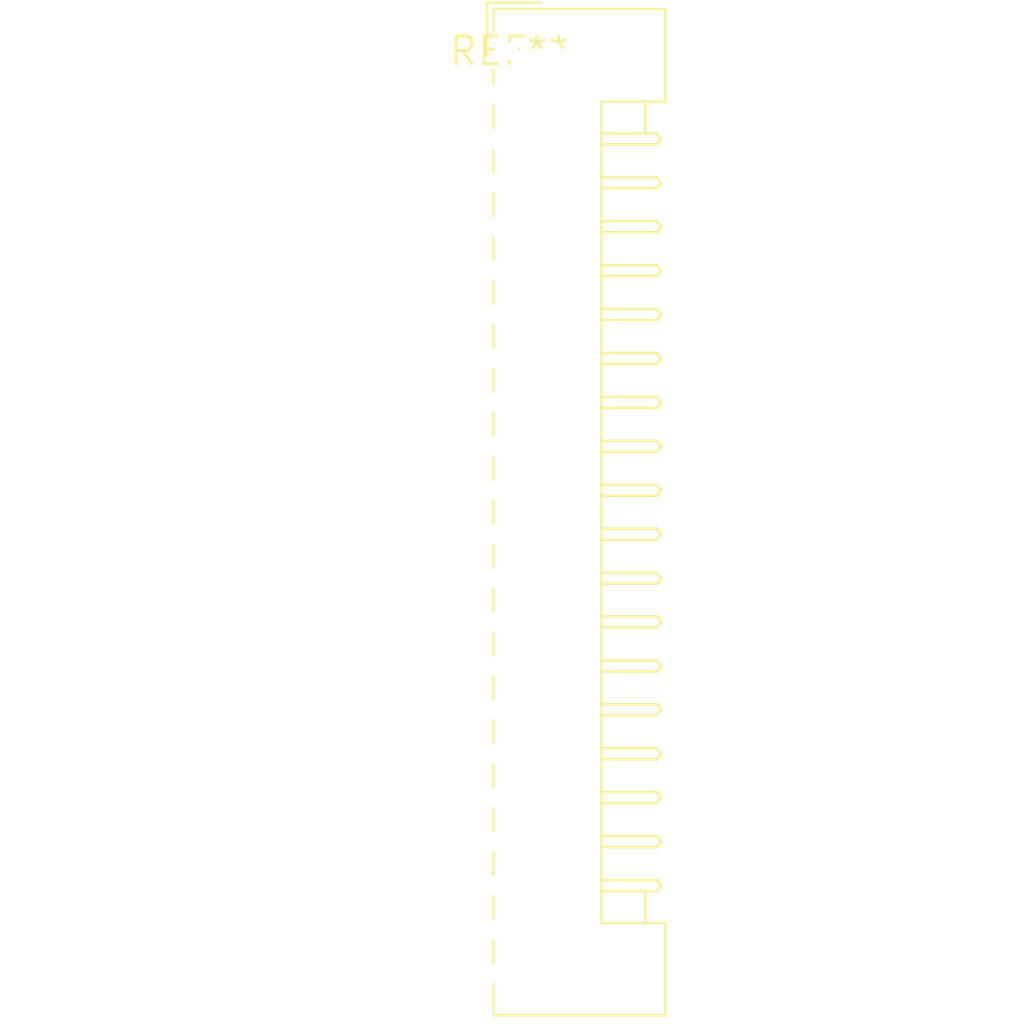
<source format=kicad_pcb>
(kicad_pcb (version 20240108) (generator pcbnew)
  (layers (0 "F.Cu" signal) (31 "B.Cu" signal) (34 "B.Paste" user) (35 "F.Paste" user) (36 "B.SilkS" user "B.Silkscreen") (37 "F.SilkS" user "F.Silkscreen") (38 "B.Mask" user) (39 "F.Mask" user) (44 "Edge.Cuts" user))
  (net 0 "")
  (footprint "JAE_LY20-44P-DLT1_2x22_P2.00mm_Horizontal" (layer "F.Cu") (at 0 0)
    (property "Reference" "REF**")
    (property "Value" "JAE_LY20-44P-DLT1_2x22_P2.00mm_Horizontal")
    (fp_line (start -1.01 -2.21) (end -1.01 0.2) (layer "F.SilkS") (stroke (width 0.12)))
    (fp_line (start -0.71 -1.91) (end -0.71 -0.86) (layer "F.SilkS") (stroke (width 0.12)))
    (fp_line (start -0.71 -1.91) (end 7.11 -1.91) (layer "F.SilkS") (stroke (width 0.12)))
    (fp_line (start -0.71 0.86) (end -0.71 1.514717) (layer "F.SilkS") (stroke (width 0.12)))
    (fp_line (start -0.71 2.485283) (end -0.71 3.514717) (layer "F.SilkS") (stroke (width 0.12)))
    (fp_line (start -0.71 4.485283) (end -0.71 5.514717) (layer "F.SilkS") (stroke (width 0.12)))
    (fp_line (start -0.71 6.485283) (end -0.71 7.514717) (layer "F.SilkS") (stroke (width 0.12)))
    (fp_line (start -0.71 8.485283) (end -0.71 9.514717) (layer "F.SilkS") (stroke (width 0.12)))
    (fp_line (start -0.71 10.485283) (end -0.71 11.514717) (layer "F.SilkS") (stroke (width 0.12)))
    (fp_line (start -0.71 12.485283) (end -0.71 13.514717) (layer "F.SilkS") (stroke (width 0.12)))
    (fp_line (start -0.71 14.485283) (end -0.71 15.514717) (layer "F.SilkS") (stroke (width 0.12)))
    (fp_line (start -0.71 16.485283) (end -0.71 17.514717) (layer "F.SilkS") (stroke (width 0.12)))
    (fp_line (start -0.71 18.485283) (end -0.71 19.514717) (layer "F.SilkS") (stroke (width 0.12)))
    (fp_line (start -0.71 20.485283) (end -0.71 21.514717) (layer "F.SilkS") (stroke (width 0.12)))
    (fp_line (start -0.71 22.485283) (end -0.71 23.514717) (layer "F.SilkS") (stroke (width 0.12)))
    (fp_line (start -0.71 24.485283) (end -0.71 25.514717) (layer "F.SilkS") (stroke (width 0.12)))
    (fp_line (start -0.71 26.485283) (end -0.71 27.514717) (layer "F.SilkS") (stroke (width 0.12)))
    (fp_line (start -0.71 28.485283) (end -0.71 29.514717) (layer "F.SilkS") (stroke (width 0.12)))
    (fp_line (start -0.71 30.485283) (end -0.71 31.514717) (layer "F.SilkS") (stroke (width 0.12)))
    (fp_line (start -0.71 32.485283) (end -0.71 33.514717) (layer "F.SilkS") (stroke (width 0.12)))
    (fp_line (start -0.71 34.485283) (end -0.71 35.514717) (layer "F.SilkS") (stroke (width 0.12)))
    (fp_line (start -0.71 36.485283) (end -0.71 37.514717) (layer "F.SilkS") (stroke (width 0.12)))
    (fp_line (start -0.71 38.485283) (end -0.71 39.514717) (layer "F.SilkS") (stroke (width 0.12)))
    (fp_line (start -0.71 40.485283) (end -0.71 41.514717) (layer "F.SilkS") (stroke (width 0.12)))
    (fp_line (start -0.71 42.485283) (end -0.71 43.91) (layer "F.SilkS") (stroke (width 0.12)))
    (fp_line (start -0.71 43.91) (end 7.11 43.91) (layer "F.SilkS") (stroke (width 0.12)))
    (fp_line (start 1.4 -2.21) (end -1.01 -2.21) (layer "F.SilkS") (stroke (width 0.12)))
    (fp_line (start 4.2 2.3) (end 4.2 21) (layer "F.SilkS") (stroke (width 0.12)))
    (fp_line (start 4.2 3.75) (end 6.733333 3.75) (layer "F.SilkS") (stroke (width 0.12)))
    (fp_line (start 4.2 5.75) (end 6.733333 5.75) (layer "F.SilkS") (stroke (width 0.12)))
    (fp_line (start 4.2 7.75) (end 6.733333 7.75) (layer "F.SilkS") (stroke (width 0.12)))
    (fp_line (start 4.2 9.75) (end 6.733333 9.75) (layer "F.SilkS") (stroke (width 0.12)))
    (fp_line (start 4.2 11.75) (end 6.733333 11.75) (layer "F.SilkS") (stroke (width 0.12)))
    (fp_line (start 4.2 13.75) (end 6.733333 13.75) (layer "F.SilkS") (stroke (width 0.12)))
    (fp_line (start 4.2 15.75) (end 6.733333 15.75) (layer "F.SilkS") (stroke (width 0.12)))
    (fp_line (start 4.2 17.75) (end 6.733333 17.75) (layer "F.SilkS") (stroke (width 0.12)))
    (fp_line (start 4.2 19.75) (end 6.733333 19.75) (layer "F.SilkS") (stroke (width 0.12)))
    (fp_line (start 4.2 21.75) (end 6.733333 21.75) (layer "F.SilkS") (stroke (width 0.12)))
    (fp_line (start 4.2 23.75) (end 6.733333 23.75) (layer "F.SilkS") (stroke (width 0.12)))
    (fp_line (start 4.2 25.75) (end 6.733333 25.75) (layer "F.SilkS") (stroke (width 0.12)))
    (fp_line (start 4.2 27.75) (end 6.733333 27.75) (layer "F.SilkS") (stroke (width 0.12)))
    (fp_line (start 4.2 29.75) (end 6.733333 29.75) (layer "F.SilkS") (stroke (width 0.12)))
    (fp_line (start 4.2 31.75) (end 6.733333 31.75) (layer "F.SilkS") (stroke (width 0.12)))
    (fp_line (start 4.2 33.75) (end 6.733333 33.75) (layer "F.SilkS") (stroke (width 0.12)))
    (fp_line (start 4.2 35.75) (end 6.733333 35.75) (layer "F.SilkS") (stroke (width 0.12)))
    (fp_line (start 4.2 37.75) (end 6.733333 37.75) (layer "F.SilkS") (stroke (width 0.12)))
    (fp_line (start 4.2 39.7) (end 4.2 21) (layer "F.SilkS") (stroke (width 0.12)))
    (fp_line (start 6.2 2.3) (end 6.2 3.75) (layer "F.SilkS") (stroke (width 0.12)))
    (fp_line (start 6.2 39.7) (end 6.2 38.25) (layer "F.SilkS") (stroke (width 0.12)))
    (fp_line (start 6.733333 3.75) (end 6.9 4) (layer "F.SilkS") (stroke (width 0.12)))
    (fp_line (start 6.733333 4.25) (end 4.2 4.25) (layer "F.SilkS") (stroke (width 0.12)))
    (fp_line (start 6.733333 5.75) (end 6.9 6) (layer "F.SilkS") (stroke (width 0.12)))
    (fp_line (start 6.733333 6.25) (end 4.2 6.25) (layer "F.SilkS") (stroke (width 0.12)))
    (fp_line (start 6.733333 7.75) (end 6.9 8) (layer "F.SilkS") (stroke (width 0.12)))
    (fp_line (start 6.733333 8.25) (end 4.2 8.25) (layer "F.SilkS") (stroke (width 0.12)))
    (fp_line (start 6.733333 9.75) (end 6.9 10) (layer "F.SilkS") (stroke (width 0.12)))
    (fp_line (start 6.733333 10.25) (end 4.2 10.25) (layer "F.SilkS") (stroke (width 0.12)))
    (fp_line (start 6.733333 11.75) (end 6.9 12) (layer "F.SilkS") (stroke (width 0.12)))
    (fp_line (start 6.733333 12.25) (end 4.2 12.25) (layer "F.SilkS") (stroke (width 0.12)))
    (fp_line (start 6.733333 13.75) (end 6.9 14) (layer "F.SilkS") (stroke (width 0.12)))
    (fp_line (start 6.733333 14.25) (end 4.2 14.25) (layer "F.SilkS") (stroke (width 0.12)))
    (fp_line (start 6.733333 15.75) (end 6.9 16) (layer "F.SilkS") (stroke (width 0.12)))
    (fp_line (start 6.733333 16.25) (end 4.2 16.25) (layer "F.SilkS") (stroke (width 0.12)))
    (fp_line (start 6.733333 17.75) (end 6.9 18) (layer "F.SilkS") (stroke (width 0.12)))
    (fp_line (start 6.733333 18.25) (end 4.2 18.25) (layer "F.SilkS") (stroke (width 0.12)))
    (fp_line (start 6.733333 19.75) (end 6.9 20) (layer "F.SilkS") (stroke (width 0.12)))
    (fp_line (start 6.733333 20.25) (end 4.2 20.25) (layer "F.SilkS") (stroke (width 0.12)))
    (fp_line (start 6.733333 21.75) (end 6.9 22) (layer "F.SilkS") (stroke (width 0.12)))
    (fp_line (start 6.733333 22.25) (end 4.2 22.25) (layer "F.SilkS") (stroke (width 0.12)))
    (fp_line (start 6.733333 23.75) (end 6.9 24) (layer "F.SilkS") (stroke (width 0.12)))
    (fp_line (start 6.733333 24.25) (end 4.2 24.25) (layer "F.SilkS") (stroke (width 0.12)))
    (fp_line (start 6.733333 25.75) (end 6.9 26) (layer "F.SilkS") (stroke (width 0.12)))
    (fp_line (start 6.733333 26.25) (end 4.2 26.25) (layer "F.SilkS") (stroke (width 0.12)))
    (fp_line (start 6.733333 27.75) (end 6.9 28) (layer "F.SilkS") (stroke (width 0.12)))
    (fp_line (start 6.733333 28.25) (end 4.2 28.25) (layer "F.SilkS") (stroke (width 0.12)))
    (fp_line (start 6.733333 29.75) (end 6.9 30) (layer "F.SilkS") (stroke (width 0.12)))
    (fp_line (start 6.733333 30.25) (end 4.2 30.25) (layer "F.SilkS") (stroke (width 0.12)))
    (fp_line (start 6.733333 31.75) (end 6.9 32) (layer "F.SilkS") (stroke (width 0.12)))
    (fp_line (start 6.733333 32.25) (end 4.2 32.25) (layer "F.SilkS") (stroke (width 0.12)))
    (fp_line (start 6.733333 33.75) (end 6.9 34) (layer "F.SilkS") (stroke (width 0.12)))
    (fp_line (start 6.733333 34.25) (end 4.2 34.25) (layer "F.SilkS") (stroke (width 0.12)))
    (fp_line (start 6.733333 35.75) (end 6.9 36) (layer "F.SilkS") (stroke (width 0.12)))
    (fp_line (start 6.733333 36.25) (end 4.2 36.25) (layer "F.SilkS") (stroke (width 0.12)))
    (fp_line (start 6.733333 37.75) (end 6.9 38) (layer "F.SilkS") (stroke (width 0.12)))
    (fp_line (start 6.733333 38.25) (end 4.2 38.25) (layer "F.SilkS") (stroke (width 0.12)))
    (fp_line (start 6.9 4) (end 6.733333 4.25) (layer "F.SilkS") (stroke (width 0.12)))
    (fp_line (start 6.9 6) (end 6.733333 6.25) (layer "F.SilkS") (stroke (width 0.12)))
    (fp_line (start 6.9 8) (end 6.733333 8.25) (layer "F.SilkS") (stroke (width 0.12)))
    (fp_line (start 6.9 10) (end 6.733333 10.25) (layer "F.SilkS") (stroke (width 0.12)))
    (fp_line (start 6.9 12) (end 6.733333 12.25) (layer "F.SilkS") (stroke (width 0.12)))
    (fp_line (start 6.9 14) (end 6.733333 14.25) (layer "F.SilkS") (stroke (width 0.12)))
    (fp_line (start 6.9 16) (end 6.733333 16.25) (layer "F.SilkS") (stroke (width 0.12)))
    (fp_line (start 6.9 18) (end 6.733333 18.25) (layer "F.SilkS") (stroke (width 0.12)))
    (fp_line (start 6.9 20) (end 6.733333 20.25) (layer "F.SilkS") (stroke (width 0.12)))
    (fp_line (start 6.9 22) (end 6.733333 22.25) (layer "F.SilkS") (stroke (width 0.12)))
    (fp_line (start 6.9 24) (end 6.733333 24.25) (layer "F.SilkS") (stroke (width 0.12)))
    (fp_line (start 6.9 26) (end 6.733333 26.25) (layer "F.SilkS") (stroke (width 0.12)))
    (fp_line (start 6.9 28) (end 6.733333 28.25) (layer "F.SilkS") (stroke (width 0.12)))
    (fp_line (start 6.9 30) (end 6.733333 30.25) (layer "F.SilkS") (stroke (width 0.12)))
    (fp_line (start 6.9 32) (end 6.733333 32.25) (layer "F.SilkS") (stroke (width 0.12)))
    (fp_line (start 6.9 34) (end 6.733333 34.25) (layer "F.SilkS") (stroke (width 0.12)))
    (fp_line (start 6.9 36) (end 6.733333 36.25) (layer "F.SilkS") (stroke (width 0.12)))
    (fp_line (start 6.9 38) (end 6.733333 38.25) (layer "F.SilkS") (stroke (width 0.12)))
    (fp_line (start 7.11 -1.91) (end 7.11 2.3) (layer "F.SilkS") (stroke (width 0.12)))
    (fp_line (start 7.11 2.3) (end 4.2 2.3) (layer "F.SilkS") (stroke (width 0.12)))
    (fp_line (start 7.11 39.7) (end 4.2 39.7) (layer "F.SilkS") (stroke (width 0.12)))
    (fp_line (start 7.11 43.91) (end 7.11 39.7) (layer "F.SilkS") (stroke (width 0.12)))
    (pad "a1" thru_hole roundrect (at 0 0) (size 1.2 1.2) (drill 0.8) (layers *.Cu *.Mask) (remove_unused_layers) (roundrect_rratio 0.208333))
    (pad "a2" thru_hole circle (at 0 2) (size 1.2 1.2) (drill 0.8) (layers *.Cu *.Mask) (remove_unused_layers))
    (pad "a3" thru_hole circle (at 0 4) (size 1.2 1.2) (drill 0.8) (layers *.Cu *.Mask) (remove_unused_layers))
    (pad "a4" thru_hole circle (at 0 6) (size 1.2 1.2) (drill 0.8) (layers *.Cu *.Mask) (remove_unused_layers))
    (pad "a5" thru_hole circle (at 0 8) (size 1.2 1.2) (drill 0.8) (layers *.Cu *.Mask) (remove_unused_layers))
    (pad "a6" thru_hole circle (at 0 10) (size 1.2 1.2) (drill 0.8) (layers *.Cu *.Mask) (remove_unused_layers))
    (pad "a7" thru_hole circle (at 0 12) (size 1.2 1.2) (drill 0.8) (layers *.Cu *.Mask) (remove_unused_layers))
    (pad "a8" thru_hole circle (at 0 14) (size 1.2 1.2) (drill 0.8) (layers *.Cu *.Mask) (remove_unused_layers))
    (pad "a9" thru_hole circle (at 0 16) (size 1.2 1.2) (drill 0.8) (layers *.Cu *.Mask) (remove_unused_layers))
    (pad "a10" thru_hole circle (at 0 18) (size 1.2 1.2) (drill 0.8) (layers *.Cu *.Mask) (remove_unused_layers))
    (pad "a11" thru_hole circle (at 0 20) (size 1.2 1.2) (drill 0.8) (layers *.Cu *.Mask) (remove_unused_layers))
    (pad "a12" thru_hole circle (at 0 22) (size 1.2 1.2) (drill 0.8) (layers *.Cu *.Mask) (remove_unused_layers))
    (pad "a13" thru_hole circle (at 0 24) (size 1.2 1.2) (drill 0.8) (layers *.Cu *.Mask) (remove_unused_layers))
    (pad "a14" thru_hole circle (at 0 26) (size 1.2 1.2) (drill 0.8) (layers *.Cu *.Mask) (remove_unused_layers))
    (pad "a15" thru_hole circle (at 0 28) (size 1.2 1.2) (drill 0.8) (layers *.Cu *.Mask) (remove_unused_layers))
    (pad "a16" thru_hole circle (at 0 30) (size 1.2 1.2) (drill 0.8) (layers *.Cu *.Mask) (remove_unused_layers))
    (pad "a17" thru_hole circle (at 0 32) (size 1.2 1.2) (drill 0.8) (layers *.Cu *.Mask) (remove_unused_layers))
    (pad "a18" thru_hole circle (at 0 34) (size 1.2 1.2) (drill 0.8) (layers *.Cu *.Mask) (remove_unused_layers))
    (pad "a19" thru_hole circle (at 0 36) (size 1.2 1.2) (drill 0.8) (layers *.Cu *.Mask) (remove_unused_layers))
    (pad "a20" thru_hole circle (at 0 38) (size 1.2 1.2) (drill 0.8) (layers *.Cu *.Mask) (remove_unused_layers))
    (pad "a21" thru_hole circle (at 0 40) (size 1.2 1.2) (drill 0.8) (layers *.Cu *.Mask) (remove_unused_layers))
    (pad "a22" thru_hole circle (at 0 42) (size 1.2 1.2) (drill 0.8) (layers *.Cu *.Mask) (remove_unused_layers))
    (pad "b1" thru_hole circle (at 2 0) (size 1.2 1.2) (drill 0.8) (layers *.Cu *.Mask) (remove_unused_layers))
    (pad "b2" thru_hole circle (at 2 2) (size 1.2 1.2) (drill 0.8) (layers *.Cu *.Mask) (remove_unused_layers))
    (pad "b3" thru_hole circle (at 2 4) (size 1.2 1.2) (drill 0.8) (layers *.Cu *.Mask) (remove_unused_layers))
    (pad "b4" thru_hole circle (at 2 6) (size 1.2 1.2) (drill 0.8) (layers *.Cu *.Mask) (remove_unused_layers))
    (pad "b5" thru_hole circle (at 2 8) (size 1.2 1.2) (drill 0.8) (layers *.Cu *.Mask) (remove_unused_layers))
    (pad "b6" thru_hole circle (at 2 10) (size 1.2 1.2) (drill 0.8) (layers *.Cu *.Mask) (remove_unused_layers))
    (pad "b7" thru_hole circle (at 2 12) (size 1.2 1.2) (drill 0.8) (layers *.Cu *.Mask) (remove_unused_layers))
    (pad "b8" thru_hole circle (at 2 14) (size 1.2 1.2) (drill 0.8) (layers *.Cu *.Mask) (remove_unused_layers))
    (pad "b9" thru_hole circle (at 2 16) (size 1.2 1.2) (drill 0.8) (layers *.Cu *.Mask) (remove_unused_layers))
    (pad "b10" thru_hole circle (at 2 18) (size 1.2 1.2) (drill 0.8) (layers *.Cu *.Mask) (remove_unused_layers))
    (pad "b11" thru_hole circle (at 2 20) (size 1.2 1.2) (drill 0.8) (layers *.Cu *.Mask) (remove_unused_layers))
    (pad "b12" thru_hole circle (at 2 22) (size 1.2 1.2) (drill 0.8) (layers *.Cu *.Mask) (remove_unused_layers))
    (pad "b13" thru_hole circle (at 2 24) (size 1.2 1.2) (drill 0.8) (layers *.Cu *.Mask) (remove_unused_layers))
    (pad "b14" thru_hole circle (at 2 26) (size 1.2 1.2) (drill 0.8) (layers *.Cu *.Mask) (remove_unused_layers))
    (pad "b15" thru_hole circle (at 2 28) (size 1.2 1.2) (drill 0.8) (layers *.Cu *.Mask) (remove_unused_layers))
    (pad "b16" thru_hole circle (at 2 30) (size 1.2 1.2) (drill 0.8) (layers *.Cu *.Mask) (remove_unused_layers))
    (pad "b17" thru_hole circle (at 2 32) (size 1.2 1.2) (drill 0.8) (layers *.Cu *.Mask) (remove_unused_layers))
    (pad "b18" thru_hole circle (at 2 34) (size 1.2 1.2) (drill 0.8) (layers *.Cu *.Mask) (remove_unused_layers))
    (pad "b19" thru_hole circle (at 2 36) (size 1.2 1.2) (drill 0.8) (layers *.Cu *.Mask) (remove_unused_layers))
    (pad "b20" thru_hole circle (at 2 38) (size 1.2 1.2) (drill 0.8) (layers *.Cu *.Mask) (remove_unused_layers))
    (pad "b21" thru_hole circle (at 2 40) (size 1.2 1.2) (drill 0.8) (layers *.Cu *.Mask) (remove_unused_layers))
    (pad "b22" thru_hole circle (at 2 42) (size 1.2 1.2) (drill 0.8) (layers *.Cu *.Mask) (remove_unused_layers))
  )
)
</source>
